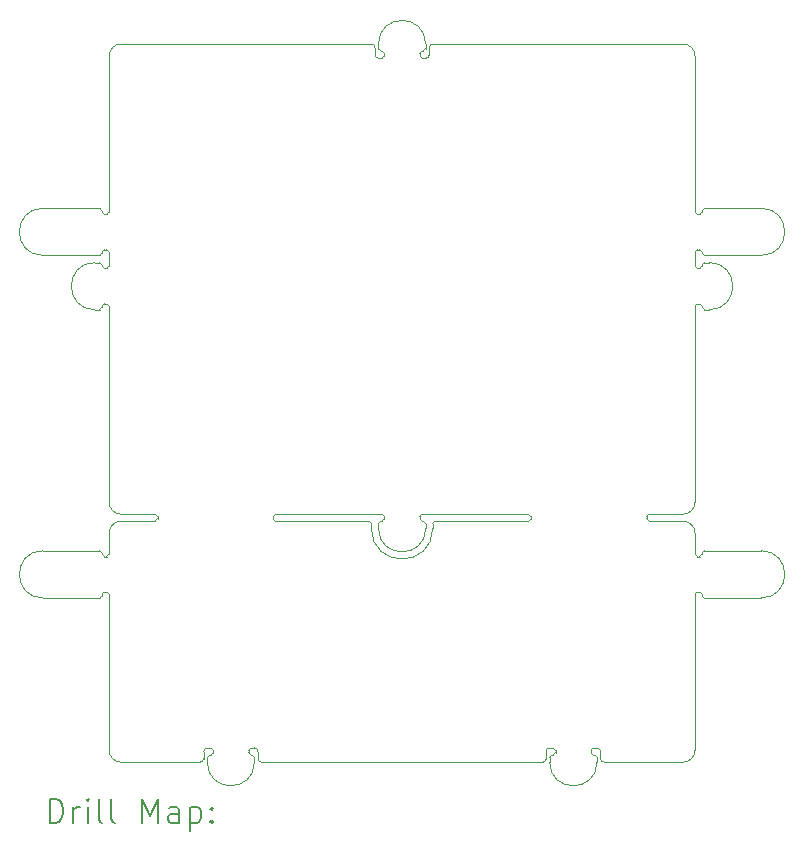
<source format=gbr>
%FSLAX45Y45*%
G04 Gerber Fmt 4.5, Leading zero omitted, Abs format (unit mm)*
G04 Created by KiCad (PCBNEW (6.0.1)) date 2022-02-04 13:53:06*
%MOMM*%
%LPD*%
G01*
G04 APERTURE LIST*
%TA.AperFunction,Profile*%
%ADD10C,0.038100*%
%TD*%
%ADD11C,0.200000*%
G04 APERTURE END LIST*
D10*
X16618200Y-9262795D02*
X16618200Y-9272795D01*
X12458200Y-13462795D02*
X12428200Y-13462795D01*
X11558200Y-9702795D02*
G75*
G03*
X11538200Y-9722795I0J-20000D01*
G01*
X12478200Y-13482795D02*
X12478200Y-13502795D01*
X11538200Y-11822795D02*
X11538200Y-11812795D01*
X13878200Y-7622795D02*
X13908200Y-7622795D01*
X16558200Y-9382795D02*
G75*
G03*
X16578200Y-9402795I20000J0D01*
G01*
X11538200Y-9382795D02*
X11538200Y-9372795D01*
X16558200Y-11642795D02*
G75*
G03*
X16458200Y-11542795I-100000J0D01*
G01*
X12988200Y-11502795D02*
X12988200Y-11522795D01*
X12858200Y-13492795D02*
G75*
G03*
X12828200Y-13462795I-30000J0D01*
G01*
X16578200Y-8942795D02*
X16598200Y-8942795D01*
X16618200Y-9262795D02*
G75*
G03*
X16598200Y-9242795I-20000J0D01*
G01*
X16168200Y-11542795D02*
X16458200Y-11542795D01*
X11538200Y-8922795D02*
G75*
G03*
X11558200Y-8942795I20000J0D01*
G01*
X11538200Y-12172795D02*
X11538200Y-12162795D01*
X16618200Y-9722795D02*
G75*
G03*
X16598200Y-9702795I-20000J0D01*
G01*
X13818200Y-11562795D02*
G75*
G03*
X13798200Y-11542795I-20000J0D01*
G01*
X16618200Y-11812795D02*
X16618200Y-11822795D01*
X14258200Y-7562795D02*
G75*
G03*
X14278200Y-7542795I0J20000D01*
G01*
X15758200Y-13492795D02*
X15758200Y-13552795D01*
X16168200Y-11482795D02*
G75*
G03*
X16148200Y-11502795I0J-20000D01*
G01*
X16168200Y-11482795D02*
X16458200Y-11482795D01*
X11988200Y-11482795D02*
X11698200Y-11482795D01*
X15268200Y-13582795D02*
X12888200Y-13582795D01*
X11038200Y-8892795D02*
X11518200Y-8892795D01*
X11578200Y-8942795D02*
G75*
G03*
X11598200Y-8922795I0J20000D01*
G01*
X15678200Y-13482795D02*
X15678200Y-13502795D01*
X11038200Y-9292795D02*
X11518200Y-9292795D01*
X15758200Y-13552795D02*
G75*
G03*
X15788200Y-13582795I30000J0D01*
G01*
X15328200Y-13582795D02*
X15328200Y-13542795D01*
X15728200Y-13542795D02*
G75*
G03*
X15708200Y-13522795I-20000J0D01*
G01*
X12858200Y-13552795D02*
G75*
G03*
X12888200Y-13582795I30000J0D01*
G01*
X16618200Y-12162795D02*
X16618200Y-12172795D01*
X14228200Y-7602795D02*
G75*
G03*
X14248200Y-7622795I20000J0D01*
G01*
X13818200Y-11602795D02*
G75*
G03*
X14338200Y-11602795I260000J0D01*
G01*
X13008200Y-11482795D02*
G75*
G03*
X12988200Y-11502795I0J-20000D01*
G01*
X14338200Y-7502795D02*
X16458200Y-7502795D01*
X11698200Y-7502795D02*
G75*
G03*
X11598200Y-7602795I0J-100000D01*
G01*
X16618200Y-9732795D02*
G75*
G03*
X16638200Y-9752795I20000J0D01*
G01*
X11538200Y-9372795D02*
G75*
G03*
X11518200Y-9352795I-20000J0D01*
G01*
X13848200Y-7532795D02*
G75*
G03*
X13818200Y-7502795I-30000J0D01*
G01*
X14278200Y-11562795D02*
X14278200Y-11602795D01*
X12828200Y-13462795D02*
X12798200Y-13462795D01*
X11988200Y-11542795D02*
X11698200Y-11542795D01*
X14278200Y-7542795D02*
X14278200Y-7502795D01*
X11538200Y-9732795D02*
X11538200Y-9722795D01*
X15708200Y-13522795D02*
X15698200Y-13522795D01*
X11558200Y-12142795D02*
G75*
G03*
X11538200Y-12162795I0J-20000D01*
G01*
X11598200Y-11382795D02*
X11598200Y-9722795D01*
X17118200Y-12192794D02*
X16638200Y-12192795D01*
X17118200Y-8892795D02*
X16638200Y-8892795D01*
X13008200Y-11482795D02*
X13908200Y-11482795D01*
X16558200Y-11822795D02*
G75*
G03*
X16578200Y-11842795I20000J0D01*
G01*
X16458200Y-13582795D02*
X15788200Y-13582795D01*
X16578200Y-9702795D02*
G75*
G03*
X16558200Y-9722795I0J-20000D01*
G01*
X11038200Y-8892795D02*
G75*
G03*
X11038200Y-9292795I0J-200000D01*
G01*
X12478200Y-13482795D02*
G75*
G03*
X12458200Y-13462795I-20000J0D01*
G01*
X12828200Y-13542795D02*
G75*
G03*
X12808200Y-13522795I-20000J0D01*
G01*
X12428200Y-13582795D02*
G75*
G03*
X12828200Y-13582795I200000J0D01*
G01*
X15678200Y-13502795D02*
G75*
G03*
X15698200Y-13522795I20000J0D01*
G01*
X11698200Y-11542795D02*
G75*
G03*
X11598200Y-11642795I0J-100000D01*
G01*
X11578200Y-12142795D02*
X11558200Y-12142795D01*
X11578200Y-9402795D02*
G75*
G03*
X11598200Y-9382795I0J20000D01*
G01*
X14278200Y-11562795D02*
G75*
G03*
X14258200Y-11542795I-20000J0D01*
G01*
X14358200Y-11542795D02*
X15148200Y-11542795D01*
X11578200Y-11842795D02*
X11558200Y-11842795D01*
X16558200Y-8922795D02*
X16558200Y-7602795D01*
X13928200Y-7582795D02*
G75*
G03*
X13908200Y-7562795I-20000J0D01*
G01*
X16598200Y-8942795D02*
G75*
G03*
X16618200Y-8922795I0J20000D01*
G01*
X17118200Y-9292795D02*
G75*
G03*
X17118200Y-8892795I0J200000D01*
G01*
X15728200Y-13462795D02*
X15698200Y-13462795D01*
X16578200Y-12142795D02*
X16598200Y-12142795D01*
X15358200Y-13462795D02*
X15328200Y-13462795D01*
X13908200Y-11542795D02*
G75*
G03*
X13928200Y-11522795I0J20000D01*
G01*
X12808200Y-13522795D02*
X12798200Y-13522795D01*
X16678200Y-9752795D02*
X16638200Y-9752795D01*
X11598200Y-9722795D02*
G75*
G03*
X11578200Y-9702795I-20000J0D01*
G01*
X15698200Y-13462795D02*
G75*
G03*
X15678200Y-13482795I0J-20000D01*
G01*
X16678200Y-9352795D02*
X16638200Y-9352795D01*
X16618200Y-12162795D02*
G75*
G03*
X16598200Y-12142795I-20000J0D01*
G01*
X14248200Y-7622795D02*
X14278200Y-7622795D01*
X15148200Y-11542795D02*
G75*
G03*
X15168200Y-11522795I0J20000D01*
G01*
X14358200Y-11542795D02*
G75*
G03*
X14338200Y-11562795I0J-20000D01*
G01*
X12828200Y-13542795D02*
X12828200Y-13582795D01*
X16598200Y-11842795D02*
G75*
G03*
X16618200Y-11822795I0J20000D01*
G01*
X11598200Y-9262795D02*
G75*
G03*
X11578200Y-9242795I-20000J0D01*
G01*
X14228200Y-7602795D02*
X14228200Y-7582795D01*
X11538200Y-8922795D02*
X11538200Y-8912795D01*
X15358200Y-13522795D02*
X15348200Y-13522795D01*
X15328200Y-13462795D02*
G75*
G03*
X15298200Y-13492795I0J-30000D01*
G01*
X11698200Y-13582795D02*
X12368200Y-13582795D01*
X12798200Y-13462795D02*
G75*
G03*
X12778200Y-13482795I0J-20000D01*
G01*
X11518200Y-9752795D02*
G75*
G03*
X11538200Y-9732795I0J20000D01*
G01*
X11698200Y-7502795D02*
X13818200Y-7502795D01*
X13878200Y-7502795D02*
X13878200Y-7542795D01*
X12368200Y-13582795D02*
G75*
G03*
X12398200Y-13552795I0J30000D01*
G01*
X12778200Y-13482795D02*
X12778200Y-13502795D01*
X11988200Y-11542795D02*
G75*
G03*
X12008200Y-11522795I0J20000D01*
G01*
X14308200Y-7532795D02*
X14308200Y-7562795D01*
X11538200Y-11812795D02*
G75*
G03*
X11518200Y-11792795I-20000J0D01*
G01*
X16678200Y-9752795D02*
G75*
G03*
X16678200Y-9352795I0J200000D01*
G01*
X14278200Y-7502795D02*
G75*
G03*
X13878200Y-7502795I-200000J0D01*
G01*
X14258200Y-11542795D02*
X14248200Y-11542795D01*
X14278200Y-7622795D02*
G75*
G03*
X14308200Y-7592795I0J30000D01*
G01*
X11578200Y-9242795D02*
X11558200Y-9242795D01*
X14228200Y-11522795D02*
G75*
G03*
X14248200Y-11542795I20000J0D01*
G01*
X14228200Y-11502795D02*
X14228200Y-11522795D01*
X13878200Y-11562795D02*
X13878200Y-11602795D01*
X11578200Y-9402795D02*
X11558200Y-9402795D01*
X16578200Y-9242795D02*
G75*
G03*
X16558200Y-9262795I0J-20000D01*
G01*
X16618200Y-9372795D02*
X16618200Y-9382795D01*
X15328200Y-13582795D02*
G75*
G03*
X15728200Y-13582795I200000J0D01*
G01*
X16578200Y-11842795D02*
X16598200Y-11842795D01*
X13908200Y-7622795D02*
G75*
G03*
X13928200Y-7602795I0J20000D01*
G01*
X13878200Y-11602795D02*
G75*
G03*
X14278200Y-11602795I200000J0D01*
G01*
X16638200Y-9352795D02*
G75*
G03*
X16618200Y-9372795I0J-20000D01*
G01*
X12008200Y-11502795D02*
G75*
G03*
X11988200Y-11482795I-20000J0D01*
G01*
X11598200Y-8922795D02*
X11598200Y-7602795D01*
X14248200Y-11482795D02*
G75*
G03*
X14228200Y-11502795I0J-20000D01*
G01*
X13898200Y-7562795D02*
X13908200Y-7562795D01*
X13008200Y-11542795D02*
X13798200Y-11542795D01*
X16638200Y-11792795D02*
G75*
G03*
X16618200Y-11812795I0J-20000D01*
G01*
X12988200Y-11522795D02*
G75*
G03*
X13008200Y-11542795I20000J0D01*
G01*
X11558200Y-9242795D02*
G75*
G03*
X11538200Y-9262795I0J-20000D01*
G01*
X12428200Y-13462795D02*
G75*
G03*
X12398200Y-13492795I0J-30000D01*
G01*
X12458200Y-13522795D02*
X12448200Y-13522795D01*
X16558200Y-11642795D02*
X16558200Y-11822795D01*
X11578200Y-9702795D02*
X11558200Y-9702795D01*
X12448200Y-13522795D02*
G75*
G03*
X12428200Y-13542795I0J-20000D01*
G01*
X15298200Y-13492795D02*
X15298200Y-13552795D01*
X16558200Y-8922795D02*
G75*
G03*
X16578200Y-8942795I20000J0D01*
G01*
X11538200Y-9272795D02*
X11538200Y-9262795D01*
X11518200Y-9292795D02*
G75*
G03*
X11538200Y-9272795I0J20000D01*
G01*
X11538200Y-8912795D02*
G75*
G03*
X11518200Y-8892795I-20000J0D01*
G01*
X16618200Y-9722795D02*
X16618200Y-9732795D01*
X11038200Y-11792795D02*
X11518200Y-11792795D01*
X11598200Y-12162795D02*
X11598200Y-13482795D01*
X14308200Y-7592795D02*
X14308200Y-7562795D01*
X16638200Y-8892795D02*
G75*
G03*
X16618200Y-8912795I0J-20000D01*
G01*
X16558200Y-7602795D02*
G75*
G03*
X16458200Y-7502795I-100000J0D01*
G01*
X11598200Y-12162795D02*
G75*
G03*
X11578200Y-12142795I-20000J0D01*
G01*
X13908200Y-11542795D02*
X13898200Y-11542795D01*
X11478200Y-9752795D02*
X11518200Y-9752795D01*
X13928200Y-11502795D02*
G75*
G03*
X13908200Y-11482795I-20000J0D01*
G01*
X11538200Y-11822795D02*
G75*
G03*
X11558200Y-11842795I20000J0D01*
G01*
X14248200Y-7562795D02*
X14258200Y-7562795D01*
X13928200Y-11502795D02*
X13928200Y-11522795D01*
X12428200Y-13582795D02*
X12428200Y-13542795D01*
X13848200Y-7532795D02*
X13848200Y-7592795D01*
X13848200Y-7592795D02*
G75*
G03*
X13878200Y-7622795I30000J0D01*
G01*
X13898200Y-11542795D02*
G75*
G03*
X13878200Y-11562795I0J-20000D01*
G01*
X16578200Y-9242795D02*
X16598200Y-9242795D01*
X11038200Y-12192795D02*
X11518200Y-12192795D01*
X15168200Y-11502795D02*
G75*
G03*
X15148200Y-11482795I-20000J0D01*
G01*
X16578200Y-9702795D02*
X16598200Y-9702795D01*
X14248200Y-7562795D02*
G75*
G03*
X14228200Y-7582795I0J-20000D01*
G01*
X16558200Y-12162795D02*
X16558200Y-13482795D01*
X16598200Y-9402795D02*
G75*
G03*
X16618200Y-9382795I0J20000D01*
G01*
X11478200Y-9352795D02*
X11518200Y-9352795D01*
X15758200Y-13492795D02*
G75*
G03*
X15728200Y-13462795I-30000J0D01*
G01*
X16458200Y-11482795D02*
G75*
G03*
X16558200Y-11382795I0J100000D01*
G01*
X11578200Y-11842795D02*
G75*
G03*
X11598200Y-11822795I0J20000D01*
G01*
X11578200Y-8942795D02*
X11558200Y-8942795D01*
X15728200Y-13582795D02*
X15728200Y-13542795D01*
X13818200Y-11602795D02*
X13818200Y-11562795D01*
X11518200Y-12192795D02*
G75*
G03*
X11538200Y-12172795I0J20000D01*
G01*
X12398200Y-13492795D02*
X12398200Y-13552795D01*
X15268200Y-13582795D02*
G75*
G03*
X15298200Y-13552795I0J30000D01*
G01*
X15378200Y-13482795D02*
G75*
G03*
X15358200Y-13462795I-20000J0D01*
G01*
X16558200Y-9262795D02*
X16558200Y-9382795D01*
X16578200Y-9402795D02*
X16598200Y-9402795D01*
X11598200Y-11382795D02*
G75*
G03*
X11698200Y-11482795I100000J0D01*
G01*
X16618200Y-8912795D02*
X16618200Y-8922795D01*
X11478200Y-9352795D02*
G75*
G03*
X11478200Y-9752795I0J-200000D01*
G01*
X11538200Y-9382795D02*
G75*
G03*
X11558200Y-9402795I20000J0D01*
G01*
X12458200Y-13522795D02*
G75*
G03*
X12478200Y-13502795I0J20000D01*
G01*
X11598200Y-9382795D02*
X11598200Y-9262795D01*
X16618200Y-9272795D02*
G75*
G03*
X16638200Y-9292795I20000J0D01*
G01*
X16458200Y-13582795D02*
G75*
G03*
X16558200Y-13482795I0J100000D01*
G01*
X15168200Y-11502795D02*
X15168200Y-11522795D01*
X17118200Y-12192795D02*
G75*
G03*
X17118200Y-11792795I0J200000D01*
G01*
X16148200Y-11522795D02*
G75*
G03*
X16168200Y-11542795I20000J0D01*
G01*
X12858200Y-13492795D02*
X12858200Y-13552795D01*
X16148200Y-11502795D02*
X16148200Y-11522795D01*
X17118200Y-9292795D02*
X16638200Y-9292795D01*
X16618200Y-12172795D02*
G75*
G03*
X16638200Y-12192795I20000J0D01*
G01*
X14338200Y-11602795D02*
X14338200Y-11562795D01*
X12778200Y-13502795D02*
G75*
G03*
X12798200Y-13522795I20000J0D01*
G01*
X12008200Y-11502795D02*
X12008200Y-11522795D01*
X15378200Y-13482795D02*
X15378200Y-13502795D01*
X13878200Y-7542795D02*
G75*
G03*
X13898200Y-7562795I20000J0D01*
G01*
X11038200Y-11792795D02*
G75*
G03*
X11038200Y-12192795I0J-200000D01*
G01*
X14338200Y-7502795D02*
G75*
G03*
X14308200Y-7532795I0J-30000D01*
G01*
X15358200Y-13522795D02*
G75*
G03*
X15378200Y-13502795I0J20000D01*
G01*
X15348200Y-13522795D02*
G75*
G03*
X15328200Y-13542795I0J-20000D01*
G01*
X13928200Y-7602795D02*
X13928200Y-7582795D01*
X17118200Y-11792795D02*
X16638200Y-11792795D01*
X16578200Y-12142795D02*
G75*
G03*
X16558200Y-12162795I0J-20000D01*
G01*
X11598200Y-11822795D02*
X11598200Y-11642795D01*
X14248200Y-11482795D02*
X15148200Y-11482795D01*
X16558200Y-11382795D02*
X16558200Y-9722795D01*
X11598200Y-13482795D02*
G75*
G03*
X11698200Y-13582795I100000J0D01*
G01*
D11*
X11093914Y-14095176D02*
X11093914Y-13895176D01*
X11141533Y-13895176D01*
X11170105Y-13904700D01*
X11189152Y-13923748D01*
X11198676Y-13942795D01*
X11208200Y-13980890D01*
X11208200Y-14009462D01*
X11198676Y-14047557D01*
X11189152Y-14066605D01*
X11170105Y-14085652D01*
X11141533Y-14095176D01*
X11093914Y-14095176D01*
X11293914Y-14095176D02*
X11293914Y-13961843D01*
X11293914Y-13999938D02*
X11303438Y-13980890D01*
X11312962Y-13971367D01*
X11332009Y-13961843D01*
X11351057Y-13961843D01*
X11417723Y-14095176D02*
X11417723Y-13961843D01*
X11417723Y-13895176D02*
X11408200Y-13904700D01*
X11417723Y-13914224D01*
X11427247Y-13904700D01*
X11417723Y-13895176D01*
X11417723Y-13914224D01*
X11541533Y-14095176D02*
X11522485Y-14085652D01*
X11512962Y-14066605D01*
X11512962Y-13895176D01*
X11646295Y-14095176D02*
X11627247Y-14085652D01*
X11617723Y-14066605D01*
X11617723Y-13895176D01*
X11874866Y-14095176D02*
X11874866Y-13895176D01*
X11941533Y-14038033D01*
X12008200Y-13895176D01*
X12008200Y-14095176D01*
X12189152Y-14095176D02*
X12189152Y-13990414D01*
X12179628Y-13971367D01*
X12160581Y-13961843D01*
X12122485Y-13961843D01*
X12103438Y-13971367D01*
X12189152Y-14085652D02*
X12170104Y-14095176D01*
X12122485Y-14095176D01*
X12103438Y-14085652D01*
X12093914Y-14066605D01*
X12093914Y-14047557D01*
X12103438Y-14028509D01*
X12122485Y-14018986D01*
X12170104Y-14018986D01*
X12189152Y-14009462D01*
X12284390Y-13961843D02*
X12284390Y-14161843D01*
X12284390Y-13971367D02*
X12303438Y-13961843D01*
X12341533Y-13961843D01*
X12360581Y-13971367D01*
X12370104Y-13980890D01*
X12379628Y-13999938D01*
X12379628Y-14057081D01*
X12370104Y-14076128D01*
X12360581Y-14085652D01*
X12341533Y-14095176D01*
X12303438Y-14095176D01*
X12284390Y-14085652D01*
X12465343Y-14076128D02*
X12474866Y-14085652D01*
X12465343Y-14095176D01*
X12455819Y-14085652D01*
X12465343Y-14076128D01*
X12465343Y-14095176D01*
X12465343Y-13971367D02*
X12474866Y-13980890D01*
X12465343Y-13990414D01*
X12455819Y-13980890D01*
X12465343Y-13971367D01*
X12465343Y-13990414D01*
M02*

</source>
